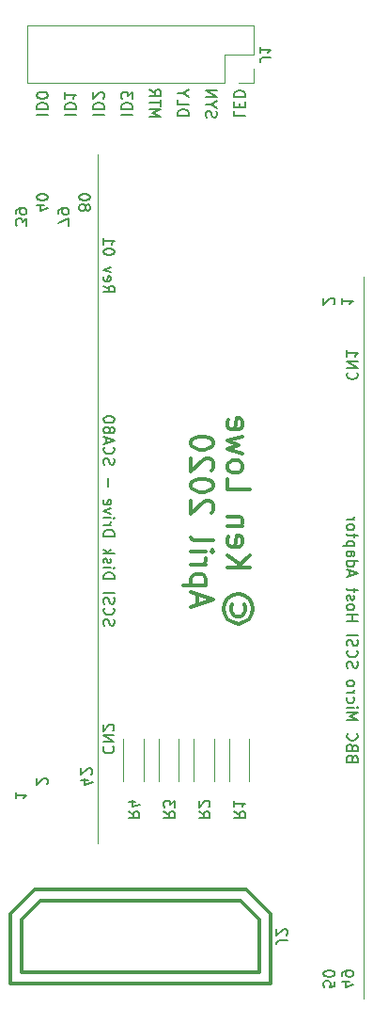
<source format=gbr>
G04 #@! TF.GenerationSoftware,KiCad,Pcbnew,(5.1.5)-3*
G04 #@! TF.CreationDate,2020-04-25T00:27:07+01:00*
G04 #@! TF.ProjectId,SCSIConnector,53435349-436f-46e6-9e65-63746f722e6b,rev?*
G04 #@! TF.SameCoordinates,Original*
G04 #@! TF.FileFunction,Legend,Bot*
G04 #@! TF.FilePolarity,Positive*
%FSLAX46Y46*%
G04 Gerber Fmt 4.6, Leading zero omitted, Abs format (unit mm)*
G04 Created by KiCad (PCBNEW (5.1.5)-3) date 2020-04-25 00:27:07*
%MOMM*%
%LPD*%
G04 APERTURE LIST*
%ADD10C,0.150000*%
%ADD11C,0.300000*%
%ADD12C,0.120000*%
G04 APERTURE END LIST*
D10*
X179547619Y-60833333D02*
X180023809Y-61166666D01*
X179547619Y-61404761D02*
X180547619Y-61404761D01*
X180547619Y-61023809D01*
X180500000Y-60928571D01*
X180452380Y-60880952D01*
X180357142Y-60833333D01*
X180214285Y-60833333D01*
X180119047Y-60880952D01*
X180071428Y-60928571D01*
X180023809Y-61023809D01*
X180023809Y-61404761D01*
X179595238Y-60023809D02*
X179547619Y-60119047D01*
X179547619Y-60309523D01*
X179595238Y-60404761D01*
X179690476Y-60452380D01*
X180071428Y-60452380D01*
X180166666Y-60404761D01*
X180214285Y-60309523D01*
X180214285Y-60119047D01*
X180166666Y-60023809D01*
X180071428Y-59976190D01*
X179976190Y-59976190D01*
X179880952Y-60452380D01*
X180214285Y-59642857D02*
X179547619Y-59404761D01*
X180214285Y-59166666D01*
X180547619Y-57833333D02*
X180547619Y-57738095D01*
X180500000Y-57642857D01*
X180452380Y-57595238D01*
X180357142Y-57547619D01*
X180166666Y-57500000D01*
X179928571Y-57500000D01*
X179738095Y-57547619D01*
X179642857Y-57595238D01*
X179595238Y-57642857D01*
X179547619Y-57738095D01*
X179547619Y-57833333D01*
X179595238Y-57928571D01*
X179642857Y-57976190D01*
X179738095Y-58023809D01*
X179928571Y-58071428D01*
X180166666Y-58071428D01*
X180357142Y-58023809D01*
X180452380Y-57976190D01*
X180500000Y-57928571D01*
X180547619Y-57833333D01*
X179547619Y-56547619D02*
X179547619Y-57119047D01*
X179547619Y-56833333D02*
X180547619Y-56833333D01*
X180404761Y-56928571D01*
X180309523Y-57023809D01*
X180261904Y-57119047D01*
D11*
X192269047Y-89523809D02*
X192364285Y-89714285D01*
X192364285Y-90095238D01*
X192269047Y-90285714D01*
X192078571Y-90476190D01*
X191888095Y-90571428D01*
X191507142Y-90571428D01*
X191316666Y-90476190D01*
X191126190Y-90285714D01*
X191030952Y-90095238D01*
X191030952Y-89714285D01*
X191126190Y-89523809D01*
X193030952Y-89904761D02*
X192935714Y-90380952D01*
X192650000Y-90857142D01*
X192173809Y-91142857D01*
X191697619Y-91238095D01*
X191221428Y-91142857D01*
X190745238Y-90857142D01*
X190459523Y-90380952D01*
X190364285Y-89904761D01*
X190459523Y-89428571D01*
X190745238Y-88952380D01*
X191221428Y-88666666D01*
X191697619Y-88571428D01*
X192173809Y-88666666D01*
X192650000Y-88952380D01*
X192935714Y-89428571D01*
X193030952Y-89904761D01*
X190745238Y-86190476D02*
X192745238Y-86190476D01*
X190745238Y-85047619D02*
X191888095Y-85904761D01*
X192745238Y-85047619D02*
X191602380Y-86190476D01*
X190840476Y-83428571D02*
X190745238Y-83619047D01*
X190745238Y-84000000D01*
X190840476Y-84190476D01*
X191030952Y-84285714D01*
X191792857Y-84285714D01*
X191983333Y-84190476D01*
X192078571Y-84000000D01*
X192078571Y-83619047D01*
X191983333Y-83428571D01*
X191792857Y-83333333D01*
X191602380Y-83333333D01*
X191411904Y-84285714D01*
X192078571Y-82476190D02*
X190745238Y-82476190D01*
X191888095Y-82476190D02*
X191983333Y-82380952D01*
X192078571Y-82190476D01*
X192078571Y-81904761D01*
X191983333Y-81714285D01*
X191792857Y-81619047D01*
X190745238Y-81619047D01*
X190745238Y-78190476D02*
X190745238Y-79142857D01*
X192745238Y-79142857D01*
X190745238Y-77238095D02*
X190840476Y-77428571D01*
X190935714Y-77523809D01*
X191126190Y-77619047D01*
X191697619Y-77619047D01*
X191888095Y-77523809D01*
X191983333Y-77428571D01*
X192078571Y-77238095D01*
X192078571Y-76952380D01*
X191983333Y-76761904D01*
X191888095Y-76666666D01*
X191697619Y-76571428D01*
X191126190Y-76571428D01*
X190935714Y-76666666D01*
X190840476Y-76761904D01*
X190745238Y-76952380D01*
X190745238Y-77238095D01*
X192078571Y-75904761D02*
X190745238Y-75523809D01*
X191697619Y-75142857D01*
X190745238Y-74761904D01*
X192078571Y-74380952D01*
X190840476Y-72857142D02*
X190745238Y-73047619D01*
X190745238Y-73428571D01*
X190840476Y-73619047D01*
X191030952Y-73714285D01*
X191792857Y-73714285D01*
X191983333Y-73619047D01*
X192078571Y-73428571D01*
X192078571Y-73047619D01*
X191983333Y-72857142D01*
X191792857Y-72761904D01*
X191602380Y-72761904D01*
X191411904Y-73714285D01*
X188016666Y-89571428D02*
X188016666Y-88619047D01*
X187445238Y-89761904D02*
X189445238Y-89095238D01*
X187445238Y-88428571D01*
X188778571Y-87761904D02*
X186778571Y-87761904D01*
X188683333Y-87761904D02*
X188778571Y-87571428D01*
X188778571Y-87190476D01*
X188683333Y-87000000D01*
X188588095Y-86904761D01*
X188397619Y-86809523D01*
X187826190Y-86809523D01*
X187635714Y-86904761D01*
X187540476Y-87000000D01*
X187445238Y-87190476D01*
X187445238Y-87571428D01*
X187540476Y-87761904D01*
X187445238Y-85952380D02*
X188778571Y-85952380D01*
X188397619Y-85952380D02*
X188588095Y-85857142D01*
X188683333Y-85761904D01*
X188778571Y-85571428D01*
X188778571Y-85380952D01*
X187445238Y-84714285D02*
X188778571Y-84714285D01*
X189445238Y-84714285D02*
X189350000Y-84809523D01*
X189254761Y-84714285D01*
X189350000Y-84619047D01*
X189445238Y-84714285D01*
X189254761Y-84714285D01*
X187445238Y-83476190D02*
X187540476Y-83666666D01*
X187730952Y-83761904D01*
X189445238Y-83761904D01*
X189254761Y-81285714D02*
X189350000Y-81190476D01*
X189445238Y-81000000D01*
X189445238Y-80523809D01*
X189350000Y-80333333D01*
X189254761Y-80238095D01*
X189064285Y-80142857D01*
X188873809Y-80142857D01*
X188588095Y-80238095D01*
X187445238Y-81380952D01*
X187445238Y-80142857D01*
X189445238Y-78904761D02*
X189445238Y-78714285D01*
X189350000Y-78523809D01*
X189254761Y-78428571D01*
X189064285Y-78333333D01*
X188683333Y-78238095D01*
X188207142Y-78238095D01*
X187826190Y-78333333D01*
X187635714Y-78428571D01*
X187540476Y-78523809D01*
X187445238Y-78714285D01*
X187445238Y-78904761D01*
X187540476Y-79095238D01*
X187635714Y-79190476D01*
X187826190Y-79285714D01*
X188207142Y-79380952D01*
X188683333Y-79380952D01*
X189064285Y-79285714D01*
X189254761Y-79190476D01*
X189350000Y-79095238D01*
X189445238Y-78904761D01*
X189254761Y-77476190D02*
X189350000Y-77380952D01*
X189445238Y-77190476D01*
X189445238Y-76714285D01*
X189350000Y-76523809D01*
X189254761Y-76428571D01*
X189064285Y-76333333D01*
X188873809Y-76333333D01*
X188588095Y-76428571D01*
X187445238Y-77571428D01*
X187445238Y-76333333D01*
X189445238Y-75095238D02*
X189445238Y-74904761D01*
X189350000Y-74714285D01*
X189254761Y-74619047D01*
X189064285Y-74523809D01*
X188683333Y-74428571D01*
X188207142Y-74428571D01*
X187826190Y-74523809D01*
X187635714Y-74619047D01*
X187540476Y-74714285D01*
X187445238Y-74904761D01*
X187445238Y-75095238D01*
X187540476Y-75285714D01*
X187635714Y-75380952D01*
X187826190Y-75476190D01*
X188207142Y-75571428D01*
X188683333Y-75571428D01*
X189064285Y-75476190D01*
X189254761Y-75380952D01*
X189350000Y-75285714D01*
X189445238Y-75095238D01*
D10*
X179595238Y-91404761D02*
X179547619Y-91261904D01*
X179547619Y-91023809D01*
X179595238Y-90928571D01*
X179642857Y-90880952D01*
X179738095Y-90833333D01*
X179833333Y-90833333D01*
X179928571Y-90880952D01*
X179976190Y-90928571D01*
X180023809Y-91023809D01*
X180071428Y-91214285D01*
X180119047Y-91309523D01*
X180166666Y-91357142D01*
X180261904Y-91404761D01*
X180357142Y-91404761D01*
X180452380Y-91357142D01*
X180500000Y-91309523D01*
X180547619Y-91214285D01*
X180547619Y-90976190D01*
X180500000Y-90833333D01*
X179642857Y-89833333D02*
X179595238Y-89880952D01*
X179547619Y-90023809D01*
X179547619Y-90119047D01*
X179595238Y-90261904D01*
X179690476Y-90357142D01*
X179785714Y-90404761D01*
X179976190Y-90452380D01*
X180119047Y-90452380D01*
X180309523Y-90404761D01*
X180404761Y-90357142D01*
X180500000Y-90261904D01*
X180547619Y-90119047D01*
X180547619Y-90023809D01*
X180500000Y-89880952D01*
X180452380Y-89833333D01*
X179595238Y-89452380D02*
X179547619Y-89309523D01*
X179547619Y-89071428D01*
X179595238Y-88976190D01*
X179642857Y-88928571D01*
X179738095Y-88880952D01*
X179833333Y-88880952D01*
X179928571Y-88928571D01*
X179976190Y-88976190D01*
X180023809Y-89071428D01*
X180071428Y-89261904D01*
X180119047Y-89357142D01*
X180166666Y-89404761D01*
X180261904Y-89452380D01*
X180357142Y-89452380D01*
X180452380Y-89404761D01*
X180500000Y-89357142D01*
X180547619Y-89261904D01*
X180547619Y-89023809D01*
X180500000Y-88880952D01*
X179547619Y-88452380D02*
X180547619Y-88452380D01*
X179547619Y-87214285D02*
X180547619Y-87214285D01*
X180547619Y-86976190D01*
X180500000Y-86833333D01*
X180404761Y-86738095D01*
X180309523Y-86690476D01*
X180119047Y-86642857D01*
X179976190Y-86642857D01*
X179785714Y-86690476D01*
X179690476Y-86738095D01*
X179595238Y-86833333D01*
X179547619Y-86976190D01*
X179547619Y-87214285D01*
X179547619Y-86214285D02*
X180214285Y-86214285D01*
X180547619Y-86214285D02*
X180500000Y-86261904D01*
X180452380Y-86214285D01*
X180500000Y-86166666D01*
X180547619Y-86214285D01*
X180452380Y-86214285D01*
X179595238Y-85785714D02*
X179547619Y-85690476D01*
X179547619Y-85500000D01*
X179595238Y-85404761D01*
X179690476Y-85357142D01*
X179738095Y-85357142D01*
X179833333Y-85404761D01*
X179880952Y-85500000D01*
X179880952Y-85642857D01*
X179928571Y-85738095D01*
X180023809Y-85785714D01*
X180071428Y-85785714D01*
X180166666Y-85738095D01*
X180214285Y-85642857D01*
X180214285Y-85500000D01*
X180166666Y-85404761D01*
X179547619Y-84928571D02*
X180547619Y-84928571D01*
X179928571Y-84833333D02*
X179547619Y-84547619D01*
X180214285Y-84547619D02*
X179833333Y-84928571D01*
X179547619Y-83357142D02*
X180547619Y-83357142D01*
X180547619Y-83119047D01*
X180500000Y-82976190D01*
X180404761Y-82880952D01*
X180309523Y-82833333D01*
X180119047Y-82785714D01*
X179976190Y-82785714D01*
X179785714Y-82833333D01*
X179690476Y-82880952D01*
X179595238Y-82976190D01*
X179547619Y-83119047D01*
X179547619Y-83357142D01*
X179547619Y-82357142D02*
X180214285Y-82357142D01*
X180023809Y-82357142D02*
X180119047Y-82309523D01*
X180166666Y-82261904D01*
X180214285Y-82166666D01*
X180214285Y-82071428D01*
X179547619Y-81738095D02*
X180214285Y-81738095D01*
X180547619Y-81738095D02*
X180500000Y-81785714D01*
X180452380Y-81738095D01*
X180500000Y-81690476D01*
X180547619Y-81738095D01*
X180452380Y-81738095D01*
X180214285Y-81357142D02*
X179547619Y-81119047D01*
X180214285Y-80880952D01*
X179595238Y-80119047D02*
X179547619Y-80214285D01*
X179547619Y-80404761D01*
X179595238Y-80500000D01*
X179690476Y-80547619D01*
X180071428Y-80547619D01*
X180166666Y-80500000D01*
X180214285Y-80404761D01*
X180214285Y-80214285D01*
X180166666Y-80119047D01*
X180071428Y-80071428D01*
X179976190Y-80071428D01*
X179880952Y-80547619D01*
X179928571Y-78880952D02*
X179928571Y-78119047D01*
X179595238Y-76928571D02*
X179547619Y-76785714D01*
X179547619Y-76547619D01*
X179595238Y-76452380D01*
X179642857Y-76404761D01*
X179738095Y-76357142D01*
X179833333Y-76357142D01*
X179928571Y-76404761D01*
X179976190Y-76452380D01*
X180023809Y-76547619D01*
X180071428Y-76738095D01*
X180119047Y-76833333D01*
X180166666Y-76880952D01*
X180261904Y-76928571D01*
X180357142Y-76928571D01*
X180452380Y-76880952D01*
X180500000Y-76833333D01*
X180547619Y-76738095D01*
X180547619Y-76500000D01*
X180500000Y-76357142D01*
X179642857Y-75357142D02*
X179595238Y-75404761D01*
X179547619Y-75547619D01*
X179547619Y-75642857D01*
X179595238Y-75785714D01*
X179690476Y-75880952D01*
X179785714Y-75928571D01*
X179976190Y-75976190D01*
X180119047Y-75976190D01*
X180309523Y-75928571D01*
X180404761Y-75880952D01*
X180500000Y-75785714D01*
X180547619Y-75642857D01*
X180547619Y-75547619D01*
X180500000Y-75404761D01*
X180452380Y-75357142D01*
X179833333Y-74976190D02*
X179833333Y-74500000D01*
X179547619Y-75071428D02*
X180547619Y-74738095D01*
X179547619Y-74404761D01*
X180119047Y-73928571D02*
X180166666Y-74023809D01*
X180214285Y-74071428D01*
X180309523Y-74119047D01*
X180357142Y-74119047D01*
X180452380Y-74071428D01*
X180500000Y-74023809D01*
X180547619Y-73928571D01*
X180547619Y-73738095D01*
X180500000Y-73642857D01*
X180452380Y-73595238D01*
X180357142Y-73547619D01*
X180309523Y-73547619D01*
X180214285Y-73595238D01*
X180166666Y-73642857D01*
X180119047Y-73738095D01*
X180119047Y-73928571D01*
X180071428Y-74023809D01*
X180023809Y-74071428D01*
X179928571Y-74119047D01*
X179738095Y-74119047D01*
X179642857Y-74071428D01*
X179595238Y-74023809D01*
X179547619Y-73928571D01*
X179547619Y-73738095D01*
X179595238Y-73642857D01*
X179642857Y-73595238D01*
X179738095Y-73547619D01*
X179928571Y-73547619D01*
X180023809Y-73595238D01*
X180071428Y-73642857D01*
X180119047Y-73738095D01*
X180547619Y-72928571D02*
X180547619Y-72833333D01*
X180500000Y-72738095D01*
X180452380Y-72690476D01*
X180357142Y-72642857D01*
X180166666Y-72595238D01*
X179928571Y-72595238D01*
X179738095Y-72642857D01*
X179642857Y-72690476D01*
X179595238Y-72738095D01*
X179547619Y-72833333D01*
X179547619Y-72928571D01*
X179595238Y-73023809D01*
X179642857Y-73071428D01*
X179738095Y-73119047D01*
X179928571Y-73166666D01*
X180166666Y-73166666D01*
X180357142Y-73119047D01*
X180452380Y-73071428D01*
X180500000Y-73023809D01*
X180547619Y-72928571D01*
D12*
X179000000Y-49000000D02*
X179000000Y-111000000D01*
D10*
X178214285Y-105285714D02*
X177547619Y-105285714D01*
X178595238Y-105523809D02*
X177880952Y-105761904D01*
X177880952Y-105142857D01*
X178452380Y-104809523D02*
X178500000Y-104761904D01*
X178547619Y-104666666D01*
X178547619Y-104428571D01*
X178500000Y-104333333D01*
X178452380Y-104285714D01*
X178357142Y-104238095D01*
X178261904Y-104238095D01*
X178119047Y-104285714D01*
X177547619Y-104857142D01*
X177547619Y-104238095D01*
X174204285Y-53625714D02*
X173537619Y-53625714D01*
X174585238Y-53863809D02*
X173870952Y-54101904D01*
X173870952Y-53482857D01*
X174537619Y-52911428D02*
X174537619Y-52816190D01*
X174490000Y-52720952D01*
X174442380Y-52673333D01*
X174347142Y-52625714D01*
X174156666Y-52578095D01*
X173918571Y-52578095D01*
X173728095Y-52625714D01*
X173632857Y-52673333D01*
X173585238Y-52720952D01*
X173537619Y-52816190D01*
X173537619Y-52911428D01*
X173585238Y-53006666D01*
X173632857Y-53054285D01*
X173728095Y-53101904D01*
X173918571Y-53149523D01*
X174156666Y-53149523D01*
X174347142Y-53101904D01*
X174442380Y-53054285D01*
X174490000Y-53006666D01*
X174537619Y-52911428D01*
X172632619Y-55419523D02*
X172632619Y-54800476D01*
X172251666Y-55133809D01*
X172251666Y-54990952D01*
X172204047Y-54895714D01*
X172156428Y-54848095D01*
X172061190Y-54800476D01*
X171823095Y-54800476D01*
X171727857Y-54848095D01*
X171680238Y-54895714D01*
X171632619Y-54990952D01*
X171632619Y-55276666D01*
X171680238Y-55371904D01*
X171727857Y-55419523D01*
X171632619Y-54324285D02*
X171632619Y-54133809D01*
X171680238Y-54038571D01*
X171727857Y-53990952D01*
X171870714Y-53895714D01*
X172061190Y-53848095D01*
X172442142Y-53848095D01*
X172537380Y-53895714D01*
X172585000Y-53943333D01*
X172632619Y-54038571D01*
X172632619Y-54229047D01*
X172585000Y-54324285D01*
X172537380Y-54371904D01*
X172442142Y-54419523D01*
X172204047Y-54419523D01*
X172108809Y-54371904D01*
X172061190Y-54324285D01*
X172013571Y-54229047D01*
X172013571Y-54038571D01*
X172061190Y-53943333D01*
X172108809Y-53895714D01*
X172204047Y-53848095D01*
X177919047Y-53911428D02*
X177966666Y-54006666D01*
X178014285Y-54054285D01*
X178109523Y-54101904D01*
X178157142Y-54101904D01*
X178252380Y-54054285D01*
X178300000Y-54006666D01*
X178347619Y-53911428D01*
X178347619Y-53720952D01*
X178300000Y-53625714D01*
X178252380Y-53578095D01*
X178157142Y-53530476D01*
X178109523Y-53530476D01*
X178014285Y-53578095D01*
X177966666Y-53625714D01*
X177919047Y-53720952D01*
X177919047Y-53911428D01*
X177871428Y-54006666D01*
X177823809Y-54054285D01*
X177728571Y-54101904D01*
X177538095Y-54101904D01*
X177442857Y-54054285D01*
X177395238Y-54006666D01*
X177347619Y-53911428D01*
X177347619Y-53720952D01*
X177395238Y-53625714D01*
X177442857Y-53578095D01*
X177538095Y-53530476D01*
X177728571Y-53530476D01*
X177823809Y-53578095D01*
X177871428Y-53625714D01*
X177919047Y-53720952D01*
X178347619Y-52911428D02*
X178347619Y-52816190D01*
X178300000Y-52720952D01*
X178252380Y-52673333D01*
X178157142Y-52625714D01*
X177966666Y-52578095D01*
X177728571Y-52578095D01*
X177538095Y-52625714D01*
X177442857Y-52673333D01*
X177395238Y-52720952D01*
X177347619Y-52816190D01*
X177347619Y-52911428D01*
X177395238Y-53006666D01*
X177442857Y-53054285D01*
X177538095Y-53101904D01*
X177728571Y-53149523D01*
X177966666Y-53149523D01*
X178157142Y-53101904D01*
X178252380Y-53054285D01*
X178300000Y-53006666D01*
X178347619Y-52911428D01*
X176442619Y-55419523D02*
X176442619Y-54752857D01*
X175442619Y-55181428D01*
X175442619Y-54324285D02*
X175442619Y-54133809D01*
X175490238Y-54038571D01*
X175537857Y-53990952D01*
X175680714Y-53895714D01*
X175871190Y-53848095D01*
X176252142Y-53848095D01*
X176347380Y-53895714D01*
X176395000Y-53943333D01*
X176442619Y-54038571D01*
X176442619Y-54229047D01*
X176395000Y-54324285D01*
X176347380Y-54371904D01*
X176252142Y-54419523D01*
X176014047Y-54419523D01*
X175918809Y-54371904D01*
X175871190Y-54324285D01*
X175823571Y-54229047D01*
X175823571Y-54038571D01*
X175871190Y-53943333D01*
X175918809Y-53895714D01*
X176014047Y-53848095D01*
X174442380Y-105695714D02*
X174490000Y-105648095D01*
X174537619Y-105552857D01*
X174537619Y-105314761D01*
X174490000Y-105219523D01*
X174442380Y-105171904D01*
X174347142Y-105124285D01*
X174251904Y-105124285D01*
X174109047Y-105171904D01*
X173537619Y-105743333D01*
X173537619Y-105124285D01*
X171632619Y-106394285D02*
X171632619Y-106965714D01*
X171632619Y-106680000D02*
X172632619Y-106680000D01*
X172489761Y-106775238D01*
X172394523Y-106870476D01*
X172346904Y-106965714D01*
X201699285Y-123475714D02*
X201032619Y-123475714D01*
X202080238Y-123713809D02*
X201365952Y-123951904D01*
X201365952Y-123332857D01*
X201032619Y-122904285D02*
X201032619Y-122713809D01*
X201080238Y-122618571D01*
X201127857Y-122570952D01*
X201270714Y-122475714D01*
X201461190Y-122428095D01*
X201842142Y-122428095D01*
X201937380Y-122475714D01*
X201985000Y-122523333D01*
X202032619Y-122618571D01*
X202032619Y-122809047D01*
X201985000Y-122904285D01*
X201937380Y-122951904D01*
X201842142Y-122999523D01*
X201604047Y-122999523D01*
X201508809Y-122951904D01*
X201461190Y-122904285D01*
X201413571Y-122809047D01*
X201413571Y-122618571D01*
X201461190Y-122523333D01*
X201508809Y-122475714D01*
X201604047Y-122428095D01*
X200382619Y-123428095D02*
X200382619Y-123904285D01*
X199906428Y-123951904D01*
X199954047Y-123904285D01*
X200001666Y-123809047D01*
X200001666Y-123570952D01*
X199954047Y-123475714D01*
X199906428Y-123428095D01*
X199811190Y-123380476D01*
X199573095Y-123380476D01*
X199477857Y-123428095D01*
X199430238Y-123475714D01*
X199382619Y-123570952D01*
X199382619Y-123809047D01*
X199430238Y-123904285D01*
X199477857Y-123951904D01*
X200382619Y-122761428D02*
X200382619Y-122666190D01*
X200335000Y-122570952D01*
X200287380Y-122523333D01*
X200192142Y-122475714D01*
X200001666Y-122428095D01*
X199763571Y-122428095D01*
X199573095Y-122475714D01*
X199477857Y-122523333D01*
X199430238Y-122570952D01*
X199382619Y-122666190D01*
X199382619Y-122761428D01*
X199430238Y-122856666D01*
X199477857Y-122904285D01*
X199573095Y-122951904D01*
X199763571Y-122999523D01*
X200001666Y-122999523D01*
X200192142Y-122951904D01*
X200287380Y-122904285D01*
X200335000Y-122856666D01*
X200382619Y-122761428D01*
X201032619Y-61944285D02*
X201032619Y-62515714D01*
X201032619Y-62230000D02*
X202032619Y-62230000D01*
X201889761Y-62325238D01*
X201794523Y-62420476D01*
X201746904Y-62515714D01*
X200287380Y-62515714D02*
X200335000Y-62468095D01*
X200382619Y-62372857D01*
X200382619Y-62134761D01*
X200335000Y-62039523D01*
X200287380Y-61991904D01*
X200192142Y-61944285D01*
X200096904Y-61944285D01*
X199954047Y-61991904D01*
X199382619Y-62563333D01*
X199382619Y-61944285D01*
X202001428Y-103352857D02*
X201953809Y-103210000D01*
X201906190Y-103162380D01*
X201810952Y-103114761D01*
X201668095Y-103114761D01*
X201572857Y-103162380D01*
X201525238Y-103210000D01*
X201477619Y-103305238D01*
X201477619Y-103686190D01*
X202477619Y-103686190D01*
X202477619Y-103352857D01*
X202430000Y-103257619D01*
X202382380Y-103210000D01*
X202287142Y-103162380D01*
X202191904Y-103162380D01*
X202096666Y-103210000D01*
X202049047Y-103257619D01*
X202001428Y-103352857D01*
X202001428Y-103686190D01*
X202001428Y-102352857D02*
X201953809Y-102210000D01*
X201906190Y-102162380D01*
X201810952Y-102114761D01*
X201668095Y-102114761D01*
X201572857Y-102162380D01*
X201525238Y-102210000D01*
X201477619Y-102305238D01*
X201477619Y-102686190D01*
X202477619Y-102686190D01*
X202477619Y-102352857D01*
X202430000Y-102257619D01*
X202382380Y-102210000D01*
X202287142Y-102162380D01*
X202191904Y-102162380D01*
X202096666Y-102210000D01*
X202049047Y-102257619D01*
X202001428Y-102352857D01*
X202001428Y-102686190D01*
X201572857Y-101114761D02*
X201525238Y-101162380D01*
X201477619Y-101305238D01*
X201477619Y-101400476D01*
X201525238Y-101543333D01*
X201620476Y-101638571D01*
X201715714Y-101686190D01*
X201906190Y-101733809D01*
X202049047Y-101733809D01*
X202239523Y-101686190D01*
X202334761Y-101638571D01*
X202430000Y-101543333D01*
X202477619Y-101400476D01*
X202477619Y-101305238D01*
X202430000Y-101162380D01*
X202382380Y-101114761D01*
X201477619Y-99924285D02*
X202477619Y-99924285D01*
X201763333Y-99590952D01*
X202477619Y-99257619D01*
X201477619Y-99257619D01*
X201477619Y-98781428D02*
X202144285Y-98781428D01*
X202477619Y-98781428D02*
X202430000Y-98829047D01*
X202382380Y-98781428D01*
X202430000Y-98733809D01*
X202477619Y-98781428D01*
X202382380Y-98781428D01*
X201525238Y-97876666D02*
X201477619Y-97971904D01*
X201477619Y-98162380D01*
X201525238Y-98257619D01*
X201572857Y-98305238D01*
X201668095Y-98352857D01*
X201953809Y-98352857D01*
X202049047Y-98305238D01*
X202096666Y-98257619D01*
X202144285Y-98162380D01*
X202144285Y-97971904D01*
X202096666Y-97876666D01*
X201477619Y-97448095D02*
X202144285Y-97448095D01*
X201953809Y-97448095D02*
X202049047Y-97400476D01*
X202096666Y-97352857D01*
X202144285Y-97257619D01*
X202144285Y-97162380D01*
X201477619Y-96686190D02*
X201525238Y-96781428D01*
X201572857Y-96829047D01*
X201668095Y-96876666D01*
X201953809Y-96876666D01*
X202049047Y-96829047D01*
X202096666Y-96781428D01*
X202144285Y-96686190D01*
X202144285Y-96543333D01*
X202096666Y-96448095D01*
X202049047Y-96400476D01*
X201953809Y-96352857D01*
X201668095Y-96352857D01*
X201572857Y-96400476D01*
X201525238Y-96448095D01*
X201477619Y-96543333D01*
X201477619Y-96686190D01*
X201525238Y-95210000D02*
X201477619Y-95067142D01*
X201477619Y-94829047D01*
X201525238Y-94733809D01*
X201572857Y-94686190D01*
X201668095Y-94638571D01*
X201763333Y-94638571D01*
X201858571Y-94686190D01*
X201906190Y-94733809D01*
X201953809Y-94829047D01*
X202001428Y-95019523D01*
X202049047Y-95114761D01*
X202096666Y-95162380D01*
X202191904Y-95210000D01*
X202287142Y-95210000D01*
X202382380Y-95162380D01*
X202430000Y-95114761D01*
X202477619Y-95019523D01*
X202477619Y-94781428D01*
X202430000Y-94638571D01*
X201572857Y-93638571D02*
X201525238Y-93686190D01*
X201477619Y-93829047D01*
X201477619Y-93924285D01*
X201525238Y-94067142D01*
X201620476Y-94162380D01*
X201715714Y-94210000D01*
X201906190Y-94257619D01*
X202049047Y-94257619D01*
X202239523Y-94210000D01*
X202334761Y-94162380D01*
X202430000Y-94067142D01*
X202477619Y-93924285D01*
X202477619Y-93829047D01*
X202430000Y-93686190D01*
X202382380Y-93638571D01*
X201525238Y-93257619D02*
X201477619Y-93114761D01*
X201477619Y-92876666D01*
X201525238Y-92781428D01*
X201572857Y-92733809D01*
X201668095Y-92686190D01*
X201763333Y-92686190D01*
X201858571Y-92733809D01*
X201906190Y-92781428D01*
X201953809Y-92876666D01*
X202001428Y-93067142D01*
X202049047Y-93162380D01*
X202096666Y-93210000D01*
X202191904Y-93257619D01*
X202287142Y-93257619D01*
X202382380Y-93210000D01*
X202430000Y-93162380D01*
X202477619Y-93067142D01*
X202477619Y-92829047D01*
X202430000Y-92686190D01*
X201477619Y-92257619D02*
X202477619Y-92257619D01*
X201477619Y-91019523D02*
X202477619Y-91019523D01*
X202001428Y-91019523D02*
X202001428Y-90448095D01*
X201477619Y-90448095D02*
X202477619Y-90448095D01*
X201477619Y-89829047D02*
X201525238Y-89924285D01*
X201572857Y-89971904D01*
X201668095Y-90019523D01*
X201953809Y-90019523D01*
X202049047Y-89971904D01*
X202096666Y-89924285D01*
X202144285Y-89829047D01*
X202144285Y-89686190D01*
X202096666Y-89590952D01*
X202049047Y-89543333D01*
X201953809Y-89495714D01*
X201668095Y-89495714D01*
X201572857Y-89543333D01*
X201525238Y-89590952D01*
X201477619Y-89686190D01*
X201477619Y-89829047D01*
X201525238Y-89114761D02*
X201477619Y-89019523D01*
X201477619Y-88829047D01*
X201525238Y-88733809D01*
X201620476Y-88686190D01*
X201668095Y-88686190D01*
X201763333Y-88733809D01*
X201810952Y-88829047D01*
X201810952Y-88971904D01*
X201858571Y-89067142D01*
X201953809Y-89114761D01*
X202001428Y-89114761D01*
X202096666Y-89067142D01*
X202144285Y-88971904D01*
X202144285Y-88829047D01*
X202096666Y-88733809D01*
X202144285Y-88400476D02*
X202144285Y-88019523D01*
X202477619Y-88257619D02*
X201620476Y-88257619D01*
X201525238Y-88210000D01*
X201477619Y-88114761D01*
X201477619Y-88019523D01*
X201763333Y-86971904D02*
X201763333Y-86495714D01*
X201477619Y-87067142D02*
X202477619Y-86733809D01*
X201477619Y-86400476D01*
X201477619Y-85638571D02*
X202477619Y-85638571D01*
X201525238Y-85638571D02*
X201477619Y-85733809D01*
X201477619Y-85924285D01*
X201525238Y-86019523D01*
X201572857Y-86067142D01*
X201668095Y-86114761D01*
X201953809Y-86114761D01*
X202049047Y-86067142D01*
X202096666Y-86019523D01*
X202144285Y-85924285D01*
X202144285Y-85733809D01*
X202096666Y-85638571D01*
X201477619Y-84733809D02*
X202001428Y-84733809D01*
X202096666Y-84781428D01*
X202144285Y-84876666D01*
X202144285Y-85067142D01*
X202096666Y-85162380D01*
X201525238Y-84733809D02*
X201477619Y-84829047D01*
X201477619Y-85067142D01*
X201525238Y-85162380D01*
X201620476Y-85210000D01*
X201715714Y-85210000D01*
X201810952Y-85162380D01*
X201858571Y-85067142D01*
X201858571Y-84829047D01*
X201906190Y-84733809D01*
X202144285Y-84257619D02*
X201144285Y-84257619D01*
X202096666Y-84257619D02*
X202144285Y-84162380D01*
X202144285Y-83971904D01*
X202096666Y-83876666D01*
X202049047Y-83829047D01*
X201953809Y-83781428D01*
X201668095Y-83781428D01*
X201572857Y-83829047D01*
X201525238Y-83876666D01*
X201477619Y-83971904D01*
X201477619Y-84162380D01*
X201525238Y-84257619D01*
X202144285Y-83495714D02*
X202144285Y-83114761D01*
X202477619Y-83352857D02*
X201620476Y-83352857D01*
X201525238Y-83305238D01*
X201477619Y-83210000D01*
X201477619Y-83114761D01*
X201477619Y-82638571D02*
X201525238Y-82733809D01*
X201572857Y-82781428D01*
X201668095Y-82829047D01*
X201953809Y-82829047D01*
X202049047Y-82781428D01*
X202096666Y-82733809D01*
X202144285Y-82638571D01*
X202144285Y-82495714D01*
X202096666Y-82400476D01*
X202049047Y-82352857D01*
X201953809Y-82305238D01*
X201668095Y-82305238D01*
X201572857Y-82352857D01*
X201525238Y-82400476D01*
X201477619Y-82495714D01*
X201477619Y-82638571D01*
X201477619Y-81876666D02*
X202144285Y-81876666D01*
X201953809Y-81876666D02*
X202049047Y-81829047D01*
X202096666Y-81781428D01*
X202144285Y-81686190D01*
X202144285Y-81590952D01*
D12*
X203000000Y-60000000D02*
X203000000Y-125000000D01*
D10*
X173537619Y-45426190D02*
X174537619Y-45426190D01*
X173537619Y-44950000D02*
X174537619Y-44950000D01*
X174537619Y-44711904D01*
X174490000Y-44569047D01*
X174394761Y-44473809D01*
X174299523Y-44426190D01*
X174109047Y-44378571D01*
X173966190Y-44378571D01*
X173775714Y-44426190D01*
X173680476Y-44473809D01*
X173585238Y-44569047D01*
X173537619Y-44711904D01*
X173537619Y-44950000D01*
X174537619Y-43759523D02*
X174537619Y-43664285D01*
X174490000Y-43569047D01*
X174442380Y-43521428D01*
X174347142Y-43473809D01*
X174156666Y-43426190D01*
X173918571Y-43426190D01*
X173728095Y-43473809D01*
X173632857Y-43521428D01*
X173585238Y-43569047D01*
X173537619Y-43664285D01*
X173537619Y-43759523D01*
X173585238Y-43854761D01*
X173632857Y-43902380D01*
X173728095Y-43950000D01*
X173918571Y-43997619D01*
X174156666Y-43997619D01*
X174347142Y-43950000D01*
X174442380Y-43902380D01*
X174490000Y-43854761D01*
X174537619Y-43759523D01*
X176077619Y-45426190D02*
X177077619Y-45426190D01*
X176077619Y-44950000D02*
X177077619Y-44950000D01*
X177077619Y-44711904D01*
X177030000Y-44569047D01*
X176934761Y-44473809D01*
X176839523Y-44426190D01*
X176649047Y-44378571D01*
X176506190Y-44378571D01*
X176315714Y-44426190D01*
X176220476Y-44473809D01*
X176125238Y-44569047D01*
X176077619Y-44711904D01*
X176077619Y-44950000D01*
X176077619Y-43426190D02*
X176077619Y-43997619D01*
X176077619Y-43711904D02*
X177077619Y-43711904D01*
X176934761Y-43807142D01*
X176839523Y-43902380D01*
X176791904Y-43997619D01*
X178617619Y-45426190D02*
X179617619Y-45426190D01*
X178617619Y-44950000D02*
X179617619Y-44950000D01*
X179617619Y-44711904D01*
X179570000Y-44569047D01*
X179474761Y-44473809D01*
X179379523Y-44426190D01*
X179189047Y-44378571D01*
X179046190Y-44378571D01*
X178855714Y-44426190D01*
X178760476Y-44473809D01*
X178665238Y-44569047D01*
X178617619Y-44711904D01*
X178617619Y-44950000D01*
X179522380Y-43997619D02*
X179570000Y-43950000D01*
X179617619Y-43854761D01*
X179617619Y-43616666D01*
X179570000Y-43521428D01*
X179522380Y-43473809D01*
X179427142Y-43426190D01*
X179331904Y-43426190D01*
X179189047Y-43473809D01*
X178617619Y-44045238D01*
X178617619Y-43426190D01*
X181157619Y-45426190D02*
X182157619Y-45426190D01*
X181157619Y-44950000D02*
X182157619Y-44950000D01*
X182157619Y-44711904D01*
X182110000Y-44569047D01*
X182014761Y-44473809D01*
X181919523Y-44426190D01*
X181729047Y-44378571D01*
X181586190Y-44378571D01*
X181395714Y-44426190D01*
X181300476Y-44473809D01*
X181205238Y-44569047D01*
X181157619Y-44711904D01*
X181157619Y-44950000D01*
X182157619Y-44045238D02*
X182157619Y-43426190D01*
X181776666Y-43759523D01*
X181776666Y-43616666D01*
X181729047Y-43521428D01*
X181681428Y-43473809D01*
X181586190Y-43426190D01*
X181348095Y-43426190D01*
X181252857Y-43473809D01*
X181205238Y-43521428D01*
X181157619Y-43616666D01*
X181157619Y-43902380D01*
X181205238Y-43997619D01*
X181252857Y-44045238D01*
X183697619Y-45664285D02*
X184697619Y-45664285D01*
X183983333Y-45330952D01*
X184697619Y-44997619D01*
X183697619Y-44997619D01*
X184697619Y-44664285D02*
X184697619Y-44092857D01*
X183697619Y-44378571D02*
X184697619Y-44378571D01*
X183697619Y-43188095D02*
X184173809Y-43521428D01*
X183697619Y-43759523D02*
X184697619Y-43759523D01*
X184697619Y-43378571D01*
X184650000Y-43283333D01*
X184602380Y-43235714D01*
X184507142Y-43188095D01*
X184364285Y-43188095D01*
X184269047Y-43235714D01*
X184221428Y-43283333D01*
X184173809Y-43378571D01*
X184173809Y-43759523D01*
X186237619Y-45545238D02*
X187237619Y-45545238D01*
X187237619Y-45307142D01*
X187190000Y-45164285D01*
X187094761Y-45069047D01*
X186999523Y-45021428D01*
X186809047Y-44973809D01*
X186666190Y-44973809D01*
X186475714Y-45021428D01*
X186380476Y-45069047D01*
X186285238Y-45164285D01*
X186237619Y-45307142D01*
X186237619Y-45545238D01*
X186237619Y-44069047D02*
X186237619Y-44545238D01*
X187237619Y-44545238D01*
X186713809Y-43545238D02*
X186237619Y-43545238D01*
X187237619Y-43878571D02*
X186713809Y-43545238D01*
X187237619Y-43211904D01*
X188825238Y-45688095D02*
X188777619Y-45545238D01*
X188777619Y-45307142D01*
X188825238Y-45211904D01*
X188872857Y-45164285D01*
X188968095Y-45116666D01*
X189063333Y-45116666D01*
X189158571Y-45164285D01*
X189206190Y-45211904D01*
X189253809Y-45307142D01*
X189301428Y-45497619D01*
X189349047Y-45592857D01*
X189396666Y-45640476D01*
X189491904Y-45688095D01*
X189587142Y-45688095D01*
X189682380Y-45640476D01*
X189730000Y-45592857D01*
X189777619Y-45497619D01*
X189777619Y-45259523D01*
X189730000Y-45116666D01*
X189253809Y-44497619D02*
X188777619Y-44497619D01*
X189777619Y-44830952D02*
X189253809Y-44497619D01*
X189777619Y-44164285D01*
X188777619Y-43830952D02*
X189777619Y-43830952D01*
X188777619Y-43259523D01*
X189777619Y-43259523D01*
X191317619Y-45092857D02*
X191317619Y-45569047D01*
X192317619Y-45569047D01*
X191841428Y-44759523D02*
X191841428Y-44426190D01*
X191317619Y-44283333D02*
X191317619Y-44759523D01*
X192317619Y-44759523D01*
X192317619Y-44283333D01*
X191317619Y-43854761D02*
X192317619Y-43854761D01*
X192317619Y-43616666D01*
X192270000Y-43473809D01*
X192174761Y-43378571D01*
X192079523Y-43330952D01*
X191889047Y-43283333D01*
X191746190Y-43283333D01*
X191555714Y-43330952D01*
X191460476Y-43378571D01*
X191365238Y-43473809D01*
X191317619Y-43616666D01*
X191317619Y-43854761D01*
D11*
X194580000Y-123580000D02*
X194580000Y-117380000D01*
X171180000Y-123580000D02*
X171180000Y-117380000D01*
X171180000Y-123580000D02*
X194580000Y-123580000D01*
X172180000Y-122580000D02*
X172180000Y-117880000D01*
X193580000Y-122580000D02*
X193580000Y-117880000D01*
X173380000Y-115180000D02*
X192380000Y-115180000D01*
X173380000Y-115180000D02*
X171180000Y-117380000D01*
X192380000Y-115180000D02*
X194580000Y-117380000D01*
X172180000Y-122580000D02*
X193580000Y-122580000D01*
X173880000Y-116180000D02*
X191880000Y-116180000D01*
X173880000Y-116180000D02*
X172180000Y-117880000D01*
X191880000Y-116180000D02*
X193580000Y-117880000D01*
D12*
X183165000Y-101585000D02*
X183165000Y-105425000D01*
X181325000Y-101585000D02*
X181325000Y-105425000D01*
X186340000Y-101585000D02*
X186340000Y-105425000D01*
X184500000Y-101585000D02*
X184500000Y-105425000D01*
X189515000Y-101585000D02*
X189515000Y-105425000D01*
X187675000Y-101585000D02*
X187675000Y-105425000D01*
X192690000Y-101585000D02*
X192690000Y-105425000D01*
X190850000Y-101585000D02*
X190850000Y-105425000D01*
X193100000Y-42605000D02*
X193100000Y-41275000D01*
X191770000Y-42605000D02*
X193100000Y-42605000D01*
X193100000Y-40005000D02*
X193100000Y-37405000D01*
X190500000Y-40005000D02*
X193100000Y-40005000D01*
X190500000Y-42605000D02*
X190500000Y-40005000D01*
X193100000Y-37405000D02*
X172660000Y-37405000D01*
X190500000Y-42605000D02*
X172660000Y-42605000D01*
X172660000Y-42605000D02*
X172660000Y-37405000D01*
D10*
X179601857Y-102290476D02*
X179554238Y-102338095D01*
X179506619Y-102480952D01*
X179506619Y-102576190D01*
X179554238Y-102719047D01*
X179649476Y-102814285D01*
X179744714Y-102861904D01*
X179935190Y-102909523D01*
X180078047Y-102909523D01*
X180268523Y-102861904D01*
X180363761Y-102814285D01*
X180459000Y-102719047D01*
X180506619Y-102576190D01*
X180506619Y-102480952D01*
X180459000Y-102338095D01*
X180411380Y-102290476D01*
X179506619Y-101861904D02*
X180506619Y-101861904D01*
X179506619Y-101290476D01*
X180506619Y-101290476D01*
X180411380Y-100861904D02*
X180459000Y-100814285D01*
X180506619Y-100719047D01*
X180506619Y-100480952D01*
X180459000Y-100385714D01*
X180411380Y-100338095D01*
X180316142Y-100290476D01*
X180220904Y-100290476D01*
X180078047Y-100338095D01*
X179506619Y-100909523D01*
X179506619Y-100290476D01*
X201572857Y-68635476D02*
X201525238Y-68683095D01*
X201477619Y-68825952D01*
X201477619Y-68921190D01*
X201525238Y-69064047D01*
X201620476Y-69159285D01*
X201715714Y-69206904D01*
X201906190Y-69254523D01*
X202049047Y-69254523D01*
X202239523Y-69206904D01*
X202334761Y-69159285D01*
X202430000Y-69064047D01*
X202477619Y-68921190D01*
X202477619Y-68825952D01*
X202430000Y-68683095D01*
X202382380Y-68635476D01*
X201477619Y-68206904D02*
X202477619Y-68206904D01*
X201477619Y-67635476D01*
X202477619Y-67635476D01*
X201477619Y-66635476D02*
X201477619Y-67206904D01*
X201477619Y-66921190D02*
X202477619Y-66921190D01*
X202334761Y-67016428D01*
X202239523Y-67111666D01*
X202191904Y-67206904D01*
X196127619Y-119713333D02*
X195413333Y-119713333D01*
X195270476Y-119760952D01*
X195175238Y-119856190D01*
X195127619Y-119999047D01*
X195127619Y-120094285D01*
X196032380Y-119284761D02*
X196080000Y-119237142D01*
X196127619Y-119141904D01*
X196127619Y-118903809D01*
X196080000Y-118808571D01*
X196032380Y-118760952D01*
X195937142Y-118713333D01*
X195841904Y-118713333D01*
X195699047Y-118760952D01*
X195127619Y-119332380D01*
X195127619Y-118713333D01*
X181792619Y-108116666D02*
X182268809Y-108450000D01*
X181792619Y-108688095D02*
X182792619Y-108688095D01*
X182792619Y-108307142D01*
X182745000Y-108211904D01*
X182697380Y-108164285D01*
X182602142Y-108116666D01*
X182459285Y-108116666D01*
X182364047Y-108164285D01*
X182316428Y-108211904D01*
X182268809Y-108307142D01*
X182268809Y-108688095D01*
X182459285Y-107259523D02*
X181792619Y-107259523D01*
X182840238Y-107497619D02*
X182125952Y-107735714D01*
X182125952Y-107116666D01*
X184967619Y-108116666D02*
X185443809Y-108450000D01*
X184967619Y-108688095D02*
X185967619Y-108688095D01*
X185967619Y-108307142D01*
X185920000Y-108211904D01*
X185872380Y-108164285D01*
X185777142Y-108116666D01*
X185634285Y-108116666D01*
X185539047Y-108164285D01*
X185491428Y-108211904D01*
X185443809Y-108307142D01*
X185443809Y-108688095D01*
X185967619Y-107783333D02*
X185967619Y-107164285D01*
X185586666Y-107497619D01*
X185586666Y-107354761D01*
X185539047Y-107259523D01*
X185491428Y-107211904D01*
X185396190Y-107164285D01*
X185158095Y-107164285D01*
X185062857Y-107211904D01*
X185015238Y-107259523D01*
X184967619Y-107354761D01*
X184967619Y-107640476D01*
X185015238Y-107735714D01*
X185062857Y-107783333D01*
X188142619Y-108116666D02*
X188618809Y-108450000D01*
X188142619Y-108688095D02*
X189142619Y-108688095D01*
X189142619Y-108307142D01*
X189095000Y-108211904D01*
X189047380Y-108164285D01*
X188952142Y-108116666D01*
X188809285Y-108116666D01*
X188714047Y-108164285D01*
X188666428Y-108211904D01*
X188618809Y-108307142D01*
X188618809Y-108688095D01*
X189047380Y-107735714D02*
X189095000Y-107688095D01*
X189142619Y-107592857D01*
X189142619Y-107354761D01*
X189095000Y-107259523D01*
X189047380Y-107211904D01*
X188952142Y-107164285D01*
X188856904Y-107164285D01*
X188714047Y-107211904D01*
X188142619Y-107783333D01*
X188142619Y-107164285D01*
X191317619Y-108116666D02*
X191793809Y-108450000D01*
X191317619Y-108688095D02*
X192317619Y-108688095D01*
X192317619Y-108307142D01*
X192270000Y-108211904D01*
X192222380Y-108164285D01*
X192127142Y-108116666D01*
X191984285Y-108116666D01*
X191889047Y-108164285D01*
X191841428Y-108211904D01*
X191793809Y-108307142D01*
X191793809Y-108688095D01*
X191317619Y-107164285D02*
X191317619Y-107735714D01*
X191317619Y-107450000D02*
X192317619Y-107450000D01*
X192174761Y-107545238D01*
X192079523Y-107640476D01*
X192031904Y-107735714D01*
X194647619Y-40338333D02*
X193933333Y-40338333D01*
X193790476Y-40385952D01*
X193695238Y-40481190D01*
X193647619Y-40624047D01*
X193647619Y-40719285D01*
X193647619Y-39338333D02*
X193647619Y-39909761D01*
X193647619Y-39624047D02*
X194647619Y-39624047D01*
X194504761Y-39719285D01*
X194409523Y-39814523D01*
X194361904Y-39909761D01*
M02*

</source>
